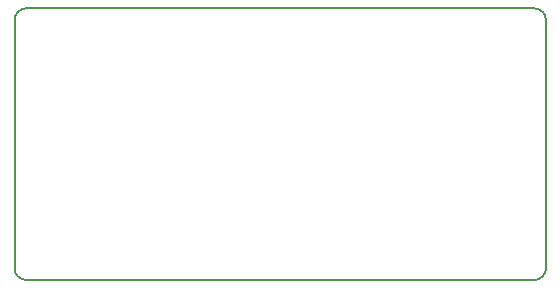
<source format=gko>
G04 Layer_Color=48896*
%FSLAX42Y42*%
%MOMM*%
G71*
G01*
G75*
%ADD23C,0.20*%
D23*
X4100Y8300D02*
G03*
X4000Y8200I0J-100D01*
G01*
Y6100D02*
G03*
X4100Y6000I100J0D01*
G01*
X8400D02*
G03*
X8500Y6100I0J100D01*
G01*
Y8200D02*
G03*
X8400Y8300I-100J0D01*
G01*
X8500Y6100D02*
Y8200D01*
X4100Y8300D02*
X8400D01*
X4100Y6000D02*
X8400D01*
X4000Y6100D02*
Y8200D01*
M02*

</source>
